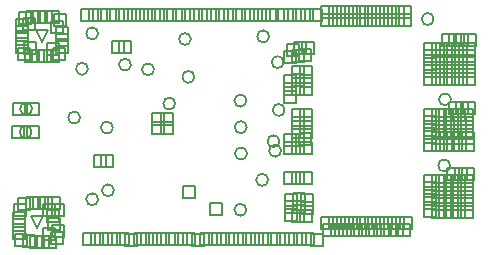
<source format=gbr>
%TF.GenerationSoftware,Altium Limited,Altium Designer,20.2.3 (150)*%
G04 Layer_Color=2752767*
%FSLAX26Y26*%
%MOIN*%
%TF.SameCoordinates,27716F98-0B22-40FE-96F5-AA6DB086EB47*%
%TF.FilePolarity,Positive*%
%TF.FileFunction,Drawing*%
%TF.Part,Single*%
G01*
G75*
%TA.AperFunction,NonConductor*%
%ADD42C,0.005000*%
%ADD75C,0.006667*%
D42*
X2582000Y1464992D02*
Y1504992D01*
X2622000D01*
Y1464992D01*
X2582000D01*
X2220000Y1626000D02*
Y1666000D01*
X2260000D01*
Y1626000D01*
X2220000D01*
X2196000D02*
Y1666000D01*
X2236000D01*
Y1626000D01*
X2196000D01*
X2281000Y2003000D02*
Y2043000D01*
X2321000D01*
Y2003000D01*
X2281000D01*
X2255000Y2003508D02*
Y2043508D01*
X2295000D01*
Y2003508D01*
X2255000D01*
X2827779Y1836483D02*
Y1876483D01*
X2867779D01*
Y1836483D01*
X2827779D01*
X2158000Y1363000D02*
Y1403000D01*
X2198000D01*
Y1363000D01*
X2158000D01*
X2186000D02*
Y1403000D01*
X2226000D01*
Y1363000D01*
X2186000D01*
X2216000Y1364000D02*
Y1404000D01*
X2256000D01*
Y1364000D01*
X2216000D01*
X2244000D02*
Y1404000D01*
X2284000D01*
Y1364000D01*
X2244000D01*
X2273000Y1363000D02*
Y1403000D01*
X2313000D01*
Y1363000D01*
X2273000D01*
X2329000D02*
Y1403000D01*
X2369000D01*
Y1363000D01*
X2329000D01*
X2380000Y1364000D02*
Y1404000D01*
X2420000D01*
Y1364000D01*
X2380000D01*
X2406000D02*
Y1404000D01*
X2446000D01*
Y1364000D01*
X2406000D01*
X2435000Y1363000D02*
Y1403000D01*
X2475000D01*
Y1363000D01*
X2435000D01*
X2466000D02*
Y1403000D01*
X2506000D01*
Y1363000D01*
X2466000D01*
X2493000D02*
Y1403000D01*
X2533000D01*
Y1363000D01*
X2493000D01*
X2551000D02*
Y1403000D01*
X2591000D01*
Y1363000D01*
X2551000D01*
X2635000Y1364000D02*
Y1404000D01*
X2675000D01*
Y1364000D01*
X2635000D01*
X2720000D02*
Y1404000D01*
X2760000D01*
Y1364000D01*
X2720000D01*
X2776000D02*
Y1404000D01*
X2816000D01*
Y1364000D01*
X2776000D01*
X2807000D02*
Y1404000D01*
X2847000D01*
Y1364000D01*
X2807000D01*
X2834000D02*
Y1404000D01*
X2874000D01*
Y1364000D01*
X2834000D01*
X2864000Y1363000D02*
Y1403000D01*
X2904000D01*
Y1363000D01*
X2864000D01*
X2890000D02*
Y1403000D01*
X2930000D01*
Y1363000D01*
X2890000D01*
X2920000Y1362000D02*
Y1402000D01*
X2960000D01*
Y1362000D01*
X2920000D01*
X2300779Y1362108D02*
Y1402108D01*
X2340779D01*
Y1362108D01*
X2300779D01*
X2354070Y1363249D02*
Y1403249D01*
X2394070D01*
Y1363249D01*
X2354070D01*
X2607501Y1363851D02*
Y1403851D01*
X2647501D01*
Y1363851D01*
X2607501D01*
X2577974Y1363236D02*
Y1403236D01*
X2617974D01*
Y1363236D01*
X2577974D01*
X2522611Y1362620D02*
Y1402620D01*
X2562611D01*
Y1362620D01*
X2522611D01*
X2746643Y1363443D02*
Y1403443D01*
X2786643D01*
Y1363443D01*
X2746643D01*
X2693267Y1363425D02*
Y1403425D01*
X2733267D01*
Y1363425D01*
X2693267D01*
X2663034Y1363840D02*
Y1403840D01*
X2703034D01*
Y1363840D01*
X2663034D01*
X2658034Y2111840D02*
Y2151840D01*
X2698034D01*
Y2111840D01*
X2658034D01*
X2688267Y2111425D02*
Y2151425D01*
X2728267D01*
Y2111425D01*
X2688267D01*
X2741643Y2111443D02*
Y2151443D01*
X2781643D01*
Y2111443D01*
X2741643D01*
X2517611Y2110620D02*
Y2150620D01*
X2557611D01*
Y2110620D01*
X2517611D01*
X2572974Y2111236D02*
Y2151236D01*
X2612974D01*
Y2111236D01*
X2572974D01*
X2602501Y2111851D02*
Y2151851D01*
X2642501D01*
Y2111851D01*
X2602501D01*
X2349070Y2111249D02*
Y2151249D01*
X2389070D01*
Y2111249D01*
X2349070D01*
X2295779Y2110108D02*
Y2150108D01*
X2335779D01*
Y2110108D01*
X2295779D01*
X2915000Y2110000D02*
Y2150000D01*
X2955000D01*
Y2110000D01*
X2915000D01*
X2885000Y2111000D02*
Y2151000D01*
X2925000D01*
Y2111000D01*
X2885000D01*
X2859000D02*
Y2151000D01*
X2899000D01*
Y2111000D01*
X2859000D01*
X2829000Y2112000D02*
Y2152000D01*
X2869000D01*
Y2112000D01*
X2829000D01*
X2802000D02*
Y2152000D01*
X2842000D01*
Y2112000D01*
X2802000D01*
X2771000D02*
Y2152000D01*
X2811000D01*
Y2112000D01*
X2771000D01*
X2715000D02*
Y2152000D01*
X2755000D01*
Y2112000D01*
X2715000D01*
X2630000D02*
Y2152000D01*
X2670000D01*
Y2112000D01*
X2630000D01*
X2546000Y2111000D02*
Y2151000D01*
X2586000D01*
Y2111000D01*
X2546000D01*
X2488000D02*
Y2151000D01*
X2528000D01*
Y2111000D01*
X2488000D01*
X2461000D02*
Y2151000D01*
X2501000D01*
Y2111000D01*
X2461000D01*
X2430000D02*
Y2151000D01*
X2470000D01*
Y2111000D01*
X2430000D01*
X2401000Y2112000D02*
Y2152000D01*
X2441000D01*
Y2112000D01*
X2401000D01*
X2375000D02*
Y2152000D01*
X2415000D01*
Y2112000D01*
X2375000D01*
X2324000Y2111000D02*
Y2151000D01*
X2364000D01*
Y2111000D01*
X2324000D01*
X2268000D02*
Y2151000D01*
X2308000D01*
Y2111000D01*
X2268000D01*
X2239000Y2112000D02*
Y2152000D01*
X2279000D01*
Y2112000D01*
X2239000D01*
X2211000D02*
Y2152000D01*
X2251000D01*
Y2112000D01*
X2211000D01*
X2181000Y2111000D02*
Y2151000D01*
X2221000D01*
Y2111000D01*
X2181000D01*
X2153000D02*
Y2151000D01*
X2193000D01*
Y2111000D01*
X2153000D01*
X2884312Y1441599D02*
Y1481599D01*
X2924312D01*
Y1441599D01*
X2884312D01*
X2857649Y1442160D02*
Y1482160D01*
X2897649D01*
Y1442160D01*
X2857649D01*
X2885995Y1469103D02*
Y1509103D01*
X2925995D01*
Y1469103D01*
X2885995D01*
X2858211Y1469664D02*
Y1509664D01*
X2898211D01*
Y1469664D01*
X2858211D01*
X2886276Y1495765D02*
Y1535765D01*
X2926276D01*
Y1495765D01*
X2886276D01*
X2858772Y1496326D02*
Y1536326D01*
X2898772D01*
Y1496326D01*
X2858772D01*
X2881555Y1668395D02*
Y1708395D01*
X2921555D01*
Y1668395D01*
X2881555D01*
X2854709D02*
Y1708395D01*
X2894709D01*
Y1668395D01*
X2854709D01*
X2881001Y1696347D02*
Y1736347D01*
X2921001D01*
Y1696347D01*
X2881001D01*
X2854986Y1694963D02*
Y1734963D01*
X2894986D01*
Y1694963D01*
X2854986D01*
X2883547Y1722786D02*
Y1762786D01*
X2923547D01*
Y1722786D01*
X2883547D01*
X2855636D02*
Y1762786D01*
X2895636D01*
Y1722786D01*
X2855636D01*
X2883180Y1749963D02*
Y1789963D01*
X2923180D01*
Y1749963D01*
X2883180D01*
X2855636Y1751432D02*
Y1791432D01*
X2895636D01*
Y1751432D01*
X2855636D01*
X2883547Y1778976D02*
Y1818976D01*
X2923547D01*
Y1778976D01*
X2883547D01*
X2856370Y1779343D02*
Y1819343D01*
X2896370D01*
Y1779343D01*
X2856370D01*
X2883011Y1863677D02*
Y1903677D01*
X2923011D01*
Y1863677D01*
X2883011D01*
X2855090Y1864771D02*
Y1904771D01*
X2895090D01*
Y1864771D01*
X2855090D01*
X2884379Y1890776D02*
Y1930776D01*
X2924379D01*
Y1890776D01*
X2884379D01*
X2856185Y1895155D02*
Y1935155D01*
X2896185D01*
Y1895155D01*
X2856185D01*
X2882190Y1920612D02*
Y1960612D01*
X2922190D01*
Y1920612D01*
X2882190D01*
X2855364Y1921981D02*
Y1961981D01*
X2895364D01*
Y1921981D01*
X2855364D01*
X2881010Y1976258D02*
Y2016258D01*
X2921010D01*
Y1976258D01*
X2881010D01*
X2854679Y1974713D02*
Y2014713D01*
X2894679D01*
Y1974713D01*
X2854679D01*
X2882282Y1566805D02*
Y1606805D01*
X2922282D01*
Y1566805D01*
X2882282D01*
X2855413D02*
Y1606805D01*
X2895413D01*
Y1566805D01*
X2855413D01*
X1973000Y1720000D02*
Y1760000D01*
X2013000D01*
Y1720000D01*
X1973000D01*
X1924000D02*
Y1760000D01*
X1964000D01*
Y1720000D01*
X1924000D01*
X1974000Y1799000D02*
Y1839000D01*
X2014000D01*
Y1799000D01*
X1974000D01*
X1926000D02*
Y1839000D01*
X1966000D01*
Y1799000D01*
X1926000D01*
X2418000Y1735000D02*
Y1775000D01*
X2458000D01*
Y1735000D01*
X2418000D01*
X2391000Y1734000D02*
Y1774000D01*
X2431000D01*
Y1734000D01*
X2391000D01*
X2418000Y1763000D02*
Y1803000D01*
X2458000D01*
Y1763000D01*
X2418000D01*
X2389000D02*
Y1803000D01*
X2429000D01*
Y1763000D01*
X2389000D01*
X2022386Y2041758D02*
X2002386Y2081758D01*
X2042386D01*
X2022386Y2041758D01*
X2040000Y1998000D02*
Y2038000D01*
X2080000D01*
Y1998000D01*
X2040000D01*
X1962000Y2000000D02*
Y2040000D01*
X2002000D01*
Y2000000D01*
X1962000D01*
X2052000Y2072000D02*
Y2112000D01*
X2092000D01*
Y2072000D01*
X2052000D01*
X2068000Y2052000D02*
Y2092000D01*
X2108000D01*
Y2052000D01*
X2068000D01*
Y2028000D02*
Y2068000D01*
X2108000D01*
Y2028000D01*
X2068000D01*
Y2004000D02*
Y2044000D01*
X2108000D01*
Y2004000D01*
X2068000D01*
X2060000Y1982000D02*
Y2022000D01*
X2100000D01*
Y1982000D01*
X2060000D01*
X2038000Y1974000D02*
Y2014000D01*
X2078000D01*
Y1974000D01*
X2038000D01*
X2014000D02*
Y2014000D01*
X2054000D01*
Y1974000D01*
X2014000D01*
X1990000D02*
Y2014000D01*
X2030000D01*
Y1974000D01*
X1990000D01*
X1966000D02*
Y2014000D01*
X2006000D01*
Y1974000D01*
X1966000D01*
X1944000Y1982000D02*
Y2022000D01*
X1984000D01*
Y1982000D01*
X1944000D01*
X1936000Y2006000D02*
Y2046000D01*
X1976000D01*
Y2006000D01*
X1936000D01*
Y2030000D02*
Y2070000D01*
X1976000D01*
Y2030000D01*
X1936000D01*
Y2054000D02*
Y2094000D01*
X1976000D01*
Y2054000D01*
X1936000D01*
X1960000Y2082000D02*
Y2122000D01*
X2000000D01*
Y2082000D01*
X1960000D01*
X1936000Y2078000D02*
Y2118000D01*
X1976000D01*
Y2078000D01*
X1936000D01*
X2062000Y2096000D02*
Y2136000D01*
X2102000D01*
Y2096000D01*
X2062000D01*
X2040000Y2106000D02*
Y2146000D01*
X2080000D01*
Y2106000D01*
X2040000D01*
X2016000D02*
Y2146000D01*
X2056000D01*
Y2106000D01*
X2016000D01*
X1992000D02*
Y2146000D01*
X2032000D01*
Y2106000D01*
X1992000D01*
X1970000D02*
Y2146000D01*
X2010000D01*
Y2106000D01*
X1970000D01*
X1946000Y2100000D02*
Y2140000D01*
X1986000D01*
Y2100000D01*
X1946000D01*
X2056000Y1462000D02*
Y1502000D01*
X2096000D01*
Y1462000D01*
X2056000D01*
X2026000D02*
Y1502000D01*
X2066000D01*
Y1462000D01*
X2026000D01*
X2040000Y1440000D02*
Y1480000D01*
X2080000D01*
Y1440000D01*
X2040000D01*
X2044000Y1416000D02*
Y1456000D01*
X2084000D01*
Y1416000D01*
X2044000D01*
X2026000Y1380000D02*
Y1420000D01*
X2066000D01*
Y1380000D01*
X2026000D01*
X2056000Y1392000D02*
Y1432000D01*
X2096000D01*
Y1392000D01*
X2056000D01*
X2052000Y1368000D02*
Y1408000D01*
X2092000D01*
Y1368000D01*
X2052000D01*
X2030000Y1354000D02*
Y1394000D01*
X2070000D01*
Y1354000D01*
X2030000D01*
X2006000D02*
Y1394000D01*
X2046000D01*
Y1354000D01*
X2006000D01*
X1982000D02*
Y1394000D01*
X2022000D01*
Y1354000D01*
X1982000D01*
X1958000Y1358000D02*
Y1398000D01*
X1998000D01*
Y1358000D01*
X1958000D01*
X1934000Y1362000D02*
Y1402000D01*
X1974000D01*
Y1362000D01*
X1934000D01*
X1926000Y1386000D02*
Y1426000D01*
X1966000D01*
Y1386000D01*
X1926000D01*
Y1410000D02*
Y1450000D01*
X1966000D01*
Y1410000D01*
X1926000D01*
Y1436000D02*
Y1476000D01*
X1966000D01*
Y1436000D01*
X1926000D01*
X1928000Y1462000D02*
Y1502000D01*
X1968000D01*
Y1462000D01*
X1928000D01*
X2042000Y1484000D02*
Y1524000D01*
X2082000D01*
Y1484000D01*
X2042000D01*
X2016000Y1486000D02*
Y1526000D01*
X2056000D01*
Y1486000D01*
X2016000D01*
X1992000D02*
Y1526000D01*
X2032000D01*
Y1486000D01*
X1992000D01*
X1968000D02*
Y1526000D01*
X2008000D01*
Y1486000D01*
X1968000D01*
X2006000Y1422000D02*
X1986000Y1462000D01*
X2026000D01*
X2006000Y1422000D01*
X1942000Y1482000D02*
Y1522000D01*
X1982000D01*
Y1482000D01*
X1942000D01*
X2888000Y2002000D02*
Y2042000D01*
X2928000D01*
Y2002000D01*
X2888000D01*
X2864000Y2000000D02*
Y2040000D01*
X2904000D01*
Y2000000D01*
X2864000D01*
X2838000Y1996000D02*
Y2036000D01*
X2878000D01*
Y1996000D01*
X2838000D01*
X2828000Y1970000D02*
Y2010000D01*
X2868000D01*
Y1970000D01*
X2828000D01*
Y1890000D02*
Y1930000D01*
X2868000D01*
Y1890000D01*
X2828000D01*
Y1866000D02*
Y1906000D01*
X2868000D01*
Y1866000D01*
X2828000D01*
Y1694000D02*
Y1734000D01*
X2868000D01*
Y1694000D01*
X2828000D01*
Y1668000D02*
Y1708000D01*
X2868000D01*
Y1668000D01*
X2828000D01*
Y1568000D02*
Y1608000D01*
X2868000D01*
Y1568000D01*
X2828000D01*
X2832000Y1496000D02*
Y1536000D01*
X2872000D01*
Y1496000D01*
X2832000D01*
Y1470000D02*
Y1510000D01*
X2872000D01*
Y1470000D01*
X2832000D01*
Y1444000D02*
Y1484000D01*
X2872000D01*
Y1444000D01*
X2832000D01*
X3420000Y1454000D02*
Y1494000D01*
X3460000D01*
Y1454000D01*
X3420000D01*
X3394000D02*
Y1494000D01*
X3434000D01*
Y1454000D01*
X3394000D01*
X3370000D02*
Y1494000D01*
X3410000D01*
Y1454000D01*
X3370000D01*
X3346000D02*
Y1494000D01*
X3386000D01*
Y1454000D01*
X3346000D01*
X3322000D02*
Y1494000D01*
X3362000D01*
Y1454000D01*
X3322000D01*
X3418000Y1480000D02*
Y1520000D01*
X3458000D01*
Y1480000D01*
X3418000D01*
X3394000D02*
Y1520000D01*
X3434000D01*
Y1480000D01*
X3394000D01*
X3370000D02*
Y1520000D01*
X3410000D01*
Y1480000D01*
X3370000D01*
X3346000D02*
Y1520000D01*
X3386000D01*
Y1480000D01*
X3346000D01*
X3322000D02*
Y1520000D01*
X3362000D01*
Y1480000D01*
X3322000D01*
X3418000Y1506000D02*
Y1546000D01*
X3458000D01*
Y1506000D01*
X3418000D01*
X3394000D02*
Y1546000D01*
X3434000D01*
Y1506000D01*
X3394000D01*
X3370000D02*
Y1546000D01*
X3410000D01*
Y1506000D01*
X3370000D01*
X3346000D02*
Y1546000D01*
X3386000D01*
Y1506000D01*
X3346000D01*
X3322000D02*
Y1546000D01*
X3362000D01*
Y1506000D01*
X3322000D01*
X3418000Y1530000D02*
Y1570000D01*
X3458000D01*
Y1530000D01*
X3418000D01*
X3394000Y1532000D02*
Y1572000D01*
X3434000D01*
Y1532000D01*
X3394000D01*
X3370000D02*
Y1572000D01*
X3410000D01*
Y1532000D01*
X3370000D01*
X3346000D02*
Y1572000D01*
X3386000D01*
Y1532000D01*
X3346000D01*
X3322000D02*
Y1572000D01*
X3362000D01*
Y1532000D01*
X3322000D01*
X3422000Y1582000D02*
Y1622000D01*
X3462000D01*
Y1582000D01*
X3422000D01*
X3398000D02*
Y1622000D01*
X3438000D01*
Y1582000D01*
X3398000D01*
X3374000D02*
Y1622000D01*
X3414000D01*
Y1582000D01*
X3374000D01*
X3418000Y1558000D02*
Y1598000D01*
X3458000D01*
Y1558000D01*
X3418000D01*
X3394000D02*
Y1598000D01*
X3434000D01*
Y1558000D01*
X3394000D01*
X3370000D02*
Y1598000D01*
X3410000D01*
Y1558000D01*
X3370000D01*
X3346000D02*
Y1598000D01*
X3386000D01*
Y1558000D01*
X3346000D01*
X3322000D02*
Y1598000D01*
X3362000D01*
Y1558000D01*
X3322000D01*
X3296000Y1484000D02*
Y1524000D01*
X3336000D01*
Y1484000D01*
X3296000D01*
Y1534000D02*
Y1574000D01*
X3336000D01*
Y1534000D01*
X3296000D01*
X3422000Y1678000D02*
Y1718000D01*
X3462000D01*
Y1678000D01*
X3422000D01*
X3396000D02*
Y1718000D01*
X3436000D01*
Y1678000D01*
X3396000D01*
X3372000D02*
Y1718000D01*
X3412000D01*
Y1678000D01*
X3372000D01*
X3348000D02*
Y1718000D01*
X3388000D01*
Y1678000D01*
X3348000D01*
X3322000D02*
Y1718000D01*
X3362000D01*
Y1678000D01*
X3322000D01*
X3422000Y1702000D02*
Y1742000D01*
X3462000D01*
Y1702000D01*
X3422000D01*
X3396000D02*
Y1742000D01*
X3436000D01*
Y1702000D01*
X3396000D01*
X3372000D02*
Y1742000D01*
X3412000D01*
Y1702000D01*
X3372000D01*
X3348000D02*
Y1742000D01*
X3388000D01*
Y1702000D01*
X3348000D01*
X3322000D02*
Y1742000D01*
X3362000D01*
Y1702000D01*
X3322000D01*
X3420000Y1726000D02*
Y1766000D01*
X3460000D01*
Y1726000D01*
X3420000D01*
X3396000D02*
Y1766000D01*
X3436000D01*
Y1726000D01*
X3396000D01*
X3370000D02*
Y1766000D01*
X3410000D01*
Y1726000D01*
X3370000D01*
X3346000D02*
Y1766000D01*
X3386000D01*
Y1726000D01*
X3346000D01*
X3322000D02*
Y1766000D01*
X3362000D01*
Y1726000D01*
X3322000D01*
X3420000Y1752000D02*
Y1792000D01*
X3460000D01*
Y1752000D01*
X3420000D01*
X3396000D02*
Y1792000D01*
X3436000D01*
Y1752000D01*
X3396000D01*
X3370000D02*
Y1792000D01*
X3410000D01*
Y1752000D01*
X3370000D01*
X3346000D02*
Y1792000D01*
X3386000D01*
Y1752000D01*
X3346000D01*
X3322000D02*
Y1792000D01*
X3362000D01*
Y1752000D01*
X3322000D01*
X3426000Y1802000D02*
Y1842000D01*
X3466000D01*
Y1802000D01*
X3426000D01*
X3402000D02*
Y1842000D01*
X3442000D01*
Y1802000D01*
X3402000D01*
X3378000D02*
Y1842000D01*
X3418000D01*
Y1802000D01*
X3378000D01*
X3418000Y1778000D02*
Y1818000D01*
X3458000D01*
Y1778000D01*
X3418000D01*
X3394000D02*
Y1818000D01*
X3434000D01*
Y1778000D01*
X3394000D01*
X3370000D02*
Y1818000D01*
X3410000D01*
Y1778000D01*
X3370000D01*
X3346000D02*
Y1818000D01*
X3386000D01*
Y1778000D01*
X3346000D01*
X3322000D02*
Y1818000D01*
X3362000D01*
Y1778000D01*
X3322000D01*
X3296000Y1704000D02*
Y1744000D01*
X3336000D01*
Y1704000D01*
X3296000D01*
Y1754000D02*
Y1794000D01*
X3336000D01*
Y1754000D01*
X3296000D01*
X3426000Y1898000D02*
Y1938000D01*
X3466000D01*
Y1898000D01*
X3426000D01*
X3400000D02*
Y1938000D01*
X3440000D01*
Y1898000D01*
X3400000D01*
X3374000D02*
Y1938000D01*
X3414000D01*
Y1898000D01*
X3374000D01*
X3350000D02*
Y1938000D01*
X3390000D01*
Y1898000D01*
X3350000D01*
X3324000D02*
Y1938000D01*
X3364000D01*
Y1898000D01*
X3324000D01*
X3426000Y1924000D02*
Y1964000D01*
X3466000D01*
Y1924000D01*
X3426000D01*
X3400000D02*
Y1964000D01*
X3440000D01*
Y1924000D01*
X3400000D01*
X3374000D02*
Y1964000D01*
X3414000D01*
Y1924000D01*
X3374000D01*
X3350000D02*
Y1964000D01*
X3390000D01*
Y1924000D01*
X3350000D01*
X3324000D02*
Y1964000D01*
X3364000D01*
Y1924000D01*
X3324000D01*
X3426000Y1950000D02*
Y1990000D01*
X3466000D01*
Y1950000D01*
X3426000D01*
X3400000D02*
Y1990000D01*
X3440000D01*
Y1950000D01*
X3400000D01*
X3374000D02*
Y1990000D01*
X3414000D01*
Y1950000D01*
X3374000D01*
X3350000D02*
Y1990000D01*
X3390000D01*
Y1950000D01*
X3350000D01*
X3324000D02*
Y1990000D01*
X3364000D01*
Y1950000D01*
X3324000D01*
X3426000Y1974000D02*
Y2014000D01*
X3466000D01*
Y1974000D01*
X3426000D01*
X3400000D02*
Y2014000D01*
X3440000D01*
Y1974000D01*
X3400000D01*
X3374000D02*
Y2014000D01*
X3414000D01*
Y1974000D01*
X3374000D01*
X3350000D02*
Y2014000D01*
X3390000D01*
Y1974000D01*
X3350000D01*
X3324000D02*
Y2014000D01*
X3364000D01*
Y1974000D01*
X3324000D01*
X3296000Y1924000D02*
Y1964000D01*
X3336000D01*
Y1924000D01*
X3296000D01*
Y1974000D02*
Y2014000D01*
X3336000D01*
Y1974000D01*
X3296000D01*
X3426000Y1998000D02*
Y2038000D01*
X3466000D01*
Y1998000D01*
X3426000D01*
X3400000D02*
Y2038000D01*
X3440000D01*
Y1998000D01*
X3400000D01*
X3428000Y2028000D02*
Y2068000D01*
X3468000D01*
Y2028000D01*
X3428000D01*
X3404000D02*
Y2068000D01*
X3444000D01*
Y2028000D01*
X3404000D01*
X3380000D02*
Y2068000D01*
X3420000D01*
Y2028000D01*
X3380000D01*
X3356000D02*
Y2068000D01*
X3396000D01*
Y2028000D01*
X3356000D01*
X3374000Y1998000D02*
Y2038000D01*
X3414000D01*
Y1998000D01*
X3374000D01*
X3350000D02*
Y2038000D01*
X3390000D01*
Y1998000D01*
X3350000D01*
X3324000D02*
Y2038000D01*
X3364000D01*
Y1998000D01*
X3324000D01*
X3296142Y1949000D02*
Y1989000D01*
X3336142D01*
Y1949000D01*
X3296142D01*
X2492000Y1520000D02*
Y1560000D01*
X2532000D01*
Y1520000D01*
X2492000D01*
X3296142Y1459000D02*
Y1499000D01*
X3336142D01*
Y1459000D01*
X3296142D01*
Y1509000D02*
Y1549000D01*
X3336142D01*
Y1509000D01*
X3296142D01*
Y1559000D02*
Y1599000D01*
X3336142D01*
Y1559000D01*
X3296142D01*
Y1679000D02*
Y1719000D01*
X3336142D01*
Y1679000D01*
X3296142D01*
Y1729000D02*
Y1769000D01*
X3336142D01*
Y1729000D01*
X3296142D01*
Y1779000D02*
Y1819000D01*
X3336142D01*
Y1779000D01*
X3296142D01*
Y1899000D02*
Y1939000D01*
X3336142D01*
Y1899000D01*
X3296142D01*
Y1999000D02*
Y2039000D01*
X3336142D01*
Y1999000D01*
X3296142D01*
X3210000Y1394000D02*
Y1434000D01*
X3250000D01*
Y1394000D01*
X3210000D01*
X3186000D02*
Y1434000D01*
X3226000D01*
Y1394000D01*
X3186000D01*
X3162000D02*
Y1434000D01*
X3202000D01*
Y1394000D01*
X3162000D01*
X3138000D02*
Y1434000D01*
X3178000D01*
Y1394000D01*
X3138000D01*
X3114000D02*
Y1434000D01*
X3154000D01*
Y1394000D01*
X3114000D01*
X3088000D02*
Y1434000D01*
X3128000D01*
Y1394000D01*
X3088000D01*
X3064000D02*
Y1434000D01*
X3104000D01*
Y1394000D01*
X3064000D01*
X3038000D02*
Y1434000D01*
X3078000D01*
Y1394000D01*
X3038000D01*
X3012000D02*
Y1434000D01*
X3052000D01*
Y1394000D01*
X3012000D01*
X2986000D02*
Y1434000D01*
X3026000D01*
Y1394000D01*
X2986000D01*
X2960000D02*
Y1434000D01*
X3000000D01*
Y1394000D01*
X2960000D01*
X3216000Y1418000D02*
Y1458000D01*
X3256000D01*
Y1418000D01*
X3216000D01*
X3188000D02*
Y1458000D01*
X3228000D01*
Y1418000D01*
X3188000D01*
X3162000D02*
Y1458000D01*
X3202000D01*
Y1418000D01*
X3162000D01*
X3136000D02*
Y1458000D01*
X3176000D01*
Y1418000D01*
X3136000D01*
X3110000D02*
Y1458000D01*
X3150000D01*
Y1418000D01*
X3110000D01*
X3084000D02*
Y1458000D01*
X3124000D01*
Y1418000D01*
X3084000D01*
X3058000D02*
Y1458000D01*
X3098000D01*
Y1418000D01*
X3058000D01*
X3032000D02*
Y1458000D01*
X3072000D01*
Y1418000D01*
X3032000D01*
X3006000D02*
Y1458000D01*
X3046000D01*
Y1418000D01*
X3006000D01*
X2980000D02*
Y1458000D01*
X3020000D01*
Y1418000D01*
X2980000D01*
X2954000D02*
Y1458000D01*
X2994000D01*
Y1418000D01*
X2954000D01*
Y2120000D02*
Y2160000D01*
X2994000D01*
Y2120000D01*
X2954000D01*
X2980000D02*
Y2160000D01*
X3020000D01*
Y2120000D01*
X2980000D01*
X3006000D02*
Y2160000D01*
X3046000D01*
Y2120000D01*
X3006000D01*
X3032000D02*
Y2160000D01*
X3072000D01*
Y2120000D01*
X3032000D01*
X3058000D02*
Y2160000D01*
X3098000D01*
Y2120000D01*
X3058000D01*
X3084000D02*
Y2160000D01*
X3124000D01*
Y2120000D01*
X3084000D01*
X3110000D02*
Y2160000D01*
X3150000D01*
Y2120000D01*
X3110000D01*
X3136000D02*
Y2160000D01*
X3176000D01*
Y2120000D01*
X3136000D01*
X3162000D02*
Y2160000D01*
X3202000D01*
Y2120000D01*
X3162000D01*
X3188000D02*
Y2160000D01*
X3228000D01*
Y2120000D01*
X3188000D01*
X3214000D02*
Y2160000D01*
X3254000D01*
Y2120000D01*
X3214000D01*
Y2094000D02*
Y2134000D01*
X3254000D01*
Y2094000D01*
X3214000D01*
X3188000D02*
Y2134000D01*
X3228000D01*
Y2094000D01*
X3188000D01*
X3162000D02*
Y2134000D01*
X3202000D01*
Y2094000D01*
X3162000D01*
X3136000D02*
Y2134000D01*
X3176000D01*
Y2094000D01*
X3136000D01*
X3110000D02*
Y2134000D01*
X3150000D01*
Y2094000D01*
X3110000D01*
X3084000D02*
Y2134000D01*
X3124000D01*
Y2094000D01*
X3084000D01*
X3058000D02*
Y2134000D01*
X3098000D01*
Y2094000D01*
X3058000D01*
X3032000D02*
Y2134000D01*
X3072000D01*
Y2094000D01*
X3032000D01*
X3006000D02*
Y2134000D01*
X3046000D01*
Y2094000D01*
X3006000D01*
X2980000D02*
Y2134000D01*
X3020000D01*
Y2094000D01*
X2980000D01*
X2954000D02*
Y2134000D01*
X2994000D01*
Y2094000D01*
X2954000D01*
D75*
X2319103Y1965734D02*
G03*
X2319103Y1965734I-20000J0D01*
G01*
X2210000Y2070000D02*
G03*
X2210000Y2070000I-20000J0D01*
G01*
X2519218Y2051218D02*
G03*
X2519218Y2051218I-20000J0D01*
G01*
X2814441Y1710682D02*
G03*
X2814441Y1710682I-20000J0D01*
G01*
X2819735Y1678877D02*
G03*
X2819735Y1678877I-20000J0D01*
G01*
X2831627Y1814815D02*
G03*
X2831627Y1814815I-20000J0D01*
G01*
X2776443Y1581623D02*
G03*
X2776443Y1581623I-20000J0D01*
G01*
X2780000Y2060000D02*
G03*
X2780000Y2060000I-20000J0D01*
G01*
X2149915Y1789305D02*
G03*
X2149915Y1789305I-20000J0D01*
G01*
X1989864Y1818942D02*
G03*
X1989864Y1818942I-20000J0D01*
G01*
X2467000Y1836000D02*
G03*
X2467000Y1836000I-20000J0D01*
G01*
X1988000Y1741000D02*
G03*
X1988000Y1741000I-20000J0D01*
G01*
X2210000Y1517000D02*
G03*
X2210000Y1517000I-20000J0D01*
G01*
X2530603Y1925000D02*
G03*
X2530603Y1925000I-20000J0D01*
G01*
X2262529Y1546761D02*
G03*
X2262529Y1546761I-20000J0D01*
G01*
X2396000Y1950000D02*
G03*
X2396000Y1950000I-20000J0D01*
G01*
X2176000Y1952000D02*
G03*
X2176000Y1952000I-20000J0D01*
G01*
X2828000Y1974000D02*
G03*
X2828000Y1974000I-20000J0D01*
G01*
X3383526Y1629549D02*
G03*
X3383526Y1629549I-20000J0D01*
G01*
X3386000Y1850000D02*
G03*
X3386000Y1850000I-20000J0D01*
G01*
X3328268Y2117732D02*
G03*
X3328268Y2117732I-20000J0D01*
G01*
X2704000Y1482000D02*
G03*
X2704000Y1482000I-20000J0D01*
G01*
X2259000Y1756000D02*
G03*
X2259000Y1756000I-20000J0D01*
G01*
X2705971Y1669473D02*
G03*
X2705971Y1669473I-20000J0D01*
G01*
X2705065Y1757306D02*
G03*
X2705065Y1757306I-20000J0D01*
G01*
X2704000Y1846000D02*
G03*
X2704000Y1846000I-20000J0D01*
G01*
%TF.MD5,ceb135e5e14bd4bc552b8d50e5c3758d*%
M02*

</source>
